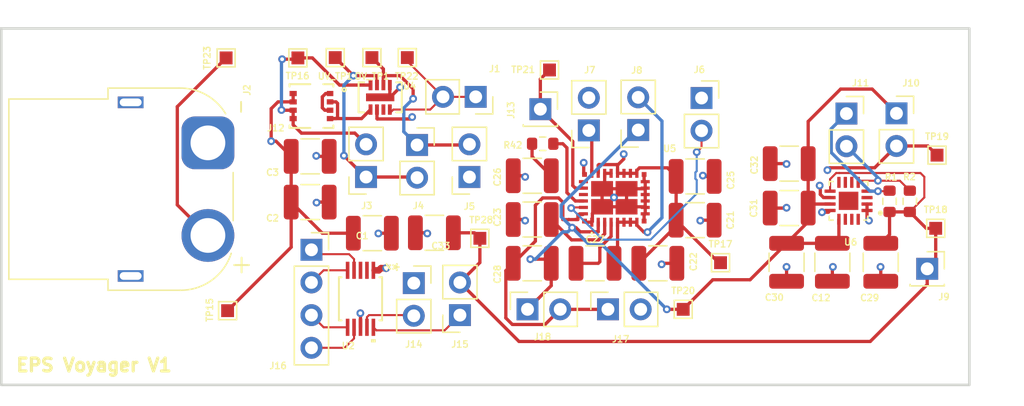
<source format=kicad_pcb>
(kicad_pcb (version 20241229) (generator "pcbnew") (generator_version "9.0")
  (layers (0 "F.Cu" signal) (4 "In1.Cu" signal) (6 "In2.Cu" signal) (2 "B.Cu" signal) (13 "F.Paste" user) (15 "B.Paste" user) (5 "F.SilkS" user "F.Silkscreen") (7 "B.SilkS" user "B.Silkscreen") (1 "F.Mask" user) (3 "B.Mask" user) (25 "Edge.Cuts" user))
  (net 0 "")
  (net 1 "+V_Batt")
  (net 2 "GND")
  (net 3 "+3.3V")
  (net 4 "Net-(U4-Vout)")
  (net 5 "Net-(U5-INTV)")
  (net 6 "Net-(C26-Pad1)")
  (net 7 "Net-(U5-BST)")
  (net 8 "Net-(J8-Pin_2)")
  (net 9 "Net-(J17-Pin_1)")
  (net 10 "Net-(J10-Pin_1)")
  (net 11 "~{LS_Toggle_GPIO}")
  (net 12 "Net-(J3-Pin_1)")
  (net 13 "Net-(J3-Pin_2)")
  (net 14 "Net-(J4-Pin_1)")
  (net 15 "Net-(J6-Pin_2)")
  (net 16 "Net-(J7-Pin_1)")
  (net 17 "+Vout")
  (net 18 "OBC SCL")
  (net 19 "OBC SDA")
  (net 20 "Net-(U4-GATE)")
  (net 21 "Net-(J12-Pad1)")
  (net 22 "SYNC_PHASE")
  (net 23 "Net-(J14-Pin_2)")
  (net 24 "Net-(J15-Pin_1)")
  (net 25 "Net-(J16-Pin_4)")
  (net 26 "SYNC_PHASE1")
  (net 27 "SYNC_PHASE2")
  (net 28 "SYNC_PHASE3")
  (net 29 "Net-(U5-Vc)")
  (footprint "Capacitor_SMD:C_1210_3225Metric" (layer "F.Cu") (at 166.9044 52.6256 180)
    (property "Reference" "C31")
    (property "Value" "10u")
  )
  (footprint "TestPoint:TestPoint_Pad_1.0x1.0mm" (layer "F.Cu") (at 134.5 40.925 180)
    (property "Reference" "OV_TP1")
    (property "Value" "TestPoint")
  )
  (footprint "TestPoint:TestPoint_Pad_1.0x1.0mm" (layer "F.Cu") (at 123.2916 60.6044 90)
    (property "Reference" "TP15")
    (property "Value" "TestPoint")
  )
  (footprint "Capacitor_SMD:C_1210_3225Metric" (layer "F.Cu") (at 159.6004 50.1644)
    (property "Reference" "C25")
    (property "Value" "1u")
  )
  (footprint "Capacitor_SMD:C_1210_3225Metric" (layer "F.Cu") (at 146.9494 53.5172 180)
    (property "Reference" "C23")
    (property "Value" "1u")
  )
  (footprint "Connector_PinSocket_2.54mm:PinSocket_1x01_P2.54mm_Vertical" (layer "F.Cu") (at 177.625 57.35)
    (property "Reference" "J9")
    (property "Value" "Conn_01x01_Socket")
  )
  (footprint "TestPoint:TestPoint_Pad_1.0x1.0mm" (layer "F.Cu") (at 178.2854 54.2004)
    (property "Reference" "TP18")
    (property "Value" "TestPoint")
  )
  (footprint "Connector_PinSocket_2.54mm:PinSocket_1x02_P2.54mm_Vertical" (layer "F.Cu") (at 151.3458 46.5884 180)
    (property "Reference" "J7")
    (property "Value" "Conn_01x02_Socket")
  )
  (footprint "Capacitor_SMD:C_1210_3225Metric" (layer "F.Cu") (at 129.7036 52.161)
    (property "Reference" "C2")
    (property "Value" "10uF")
  )
  (footprint "REVC:INA230AIRGTT" (layer "F.Cu") (at 171.5164 52.0628 180)
    (property "Reference" "U6")
    (property "Value" "INA230")
  )
  (footprint "Capacitor_SMD:C_1210_3225Metric" (layer "F.Cu") (at 156.7048 56.9208)
    (property "Reference" "C22")
    (property "Value" "10uF")
  )
  (footprint "Resistor_SMD:R_0603_1608Metric" (layer "F.Cu") (at 176.2748 52.1 90)
    (property "Reference" "R2")
    (property "Value" "4.7k")
  )
  (footprint "Connector_PinSocket_2.54mm:PinSocket_1x02_P2.54mm_Vertical" (layer "F.Cu") (at 137.7518 58.4624)
    (property "Reference" "J14")
    (property "Value" "Conn_01x02_Socket")
  )
  (footprint "Connector_PinSocket_2.54mm:PinSocket_1x02_P2.54mm_Vertical" (layer "F.Cu") (at 138.008 47.7214)
    (property "Reference" "J4")
    (property "Value" "Conn_01x02_Socket")
  )
  (footprint "Connector_PinSocket_2.54mm:PinSocket_1x04_P2.54mm_Vertical" (layer "F.Cu") (at 129.802 55.8716)
    (property "Reference" "J16")
    (property "Value" "Conn_01x04_Socket")
  )
  (footprint "TestPoint:TestPoint_Pad_1.0x1.0mm" (layer "F.Cu") (at 131.65 40.925 180)
    (property "Reference" "UV_TP1")
    (property "Value" "TestPoint")
  )
  (footprint "Capacitor_SMD:C_1210_3225Metric" (layer "F.Cu") (at 129.7036 48.605)
    (property "Reference" "C3")
    (property "Value" "10uF")
  )
  (footprint "Capacitor_SMD:C_1210_3225Metric" (layer "F.Cu") (at 170.259 56.8402 -90)
    (property "Reference" "C29")
    (property "Value" "47u")
  )
  (footprint "Capacitor_SMD:C_1210_3225Metric" (layer "F.Cu") (at 139.35 54.55)
    (property "Reference" "C33")
    (property "Value" "1u")
  )
  (footprint "Connector_AMASS:AMASS_XT60PW-F_1x02_P7.20mm_Horizontal" (layer "F.Cu") (at 121.7628 47.5556 90)
    (property "Reference" "J2")
    (property "Value" "Input Power")
  )
  (footprint "TestPoint:TestPoint_Pad_1.0x1.0mm" (layer "F.Cu") (at 128.75 40.95 180)
    (property "Reference" "TP16")
    (property "Value" "TestPoint")
  )
  (footprint "TestPoint:TestPoint_Pad_1.0x1.0mm" (layer "F.Cu") (at 123.175 40.95)
    (property "Reference" "TP23")
    (property "Value" "TestPoint")
  )
  (footprint "Capacitor_SMD:C_1210_3225Metric" (layer "F.Cu") (at 146.9512 50.1136 180)
    (property "Reference" "C26")
    (property "Value" "220p")
  )
  (footprint "Capacitor_SMD:C_1210_3225Metric" (layer "F.Cu") (at 151.8262 56.9208)
    (property "Reference" "C27")
    (property "Value" "0.1u")
  )
  (footprint "Resistor_SMD:R_0603_1608Metric" (layer "F.Cu") (at 174.7 52.1 90)
    (property "Reference" "R1")
    (property "Value" "4.7k")
  )
  (footprint "Capacitor_SMD:C_1210_3225Metric" (layer "F.Cu") (at 166.703 56.842 -90)
    (property "Reference" "C30")
    (property "Value" "47u")
  )
  (footprint "Connector_PinSocket_2.54mm:PinSocket_1x02_P2.54mm_Vertical" (layer "F.Cu") (at 141.3336 60.9516 180)
    (property "Reference" "J15")
    (property "Value" "Conn_01x02_Socket")
  )
  (footprint "Connector_PinSocket_2.54mm:PinSocket_1x02_P2.54mm_Vertical" (layer "F.Cu") (at 146.5838 60.5006 90)
    (property "Reference" "J18")
    (property "Value" "Conn_01x02_Socket")
  )
  (footprint "TestPoint:TestPoint_Pad_1.0x1.0mm" (layer "F.Cu") (at 178.387 48.5108)
    (property "Reference" "TP19")
    (property "Value" "TestPoint")
  )
  (footprint "TestPoint:TestPoint_Pad_1.0x1.0mm" (layer "F.Cu") (at 142.8836 54.9766)
    (property "Reference" "TP28")
    (property "Value" "TestPoint")
  )
  (footprint "Connector_PinSocket_2.54mm:PinSocket_1x01_P2.54mm_Vertical" (layer "F.Cu") (at 147.5806 44.9366)
    (property "Reference" "J13")
    (property "Value" "Conn_01x01_Socket")
  )
  (footprint "REVC:SISB46DN-T1-GE3" (layer "F.Cu") (at 129.8024 44.6934)
    (property "Reference" "J12")
    (property "Value" "~")
  )
  (footprint "Capacitor_SMD:C_1210_3225Metric" (layer "F.Cu") (at 166.9062 49.1712 180)
    (property "Reference" "C32")
    (property "Value" "10u")
  )
  (footprint "REVC:LT8638SEVPBF" (layer "F.Cu") (at 153.325 51.825 90)
    (property "Reference" "U5")
    (property "Value" "~" (hide yes))
  )
  (footprint "Capacitor_SMD:C_1210_3225Metric" (layer "F.Cu") (at 134.5318 54.5802)
    (property "Reference" "C1")
    (property "Value" "10uF")
  )
  (footprint "REVC:LTC6902" (layer "F.Cu") (at 133.612 59.6816 -90)
    (property "Reference" "U2")
    (property "Value" "~")
  )
  (footprint "Connector_PinSocket_2.54mm:PinSocket_1x02_P2.54mm_Vertical" (layer "F.Cu") (at 175.2374 45.2596)
    (property "Reference" "J10")
    (property "Value" "Conn_01x02_Socket")
  )
  (footprint "REVC:LTC4365" (layer "F.Cu") (at 135.1411 44.0149 -90)
    (property "Reference" "U4")
    (property "Value" "~")
  )
  (footprint "TestPoint:TestPoint_Pad_1.0x1.0mm" (layer "F.Cu") (at 158.6742 60.5006)
    (property "Reference" "TP20")
    (property "Value" "TestPoint")
  )
  (footprint "Capacitor_SMD:C_1210_3225Metric" (layer "F.Cu") (at 146.9494 56.9208 180)
    (property "Reference" "C28")
    (property "Value" "1u")
  )
  (footprint "Connector_PinSocket_2.54mm:PinSocket_1x02_P2.54mm_Vertical" (layer "F.Cu") (at 134.0456 50.2106 180)
    (property "Reference" "J3")
    (property "Value" "Conn_01x02_Socket")
  )
  (footprint "Connector_PinSocket_2.54mm:PinSocket_1x02_P2.54mm_Vertical" (layer "F.Cu") (at 160.1 44.0684)
    (property "Reference" "J6")
    (property "Value" "Conn_01x02_Socket")
  )
  (footprint "Connector_PinSocket_2.54mm:PinSocket_1x02_P2.54mm_Vertical" (layer "F.Cu") (at 142.072 50.2106 180)
    (property "Reference" "J5")
    (property "Value" "Conn_01x02_Socket")
  )
  (footprint "Capacitor_SMD:C_1210_3225Metric" (layer "F.Cu") (at 159.6004 53.568)
    (property "Reference" "C21")
    (property "Value" "22u")
  )
  (footprint "TestPoint:TestPoint_Pad_1.0x1.0mm" (layer "F.Cu") (at 161.575 56.875)
    (property "Reference" "TP17")
    (property "Value" "TestPoint")
  )
  (footprint "Connector_PinSocket_2.54mm:PinSocket_1x02_P2.54mm_Vertical" (layer "F.Cu") (at 171.3508 45.2796)
    (property "Reference" "J11")
    (property "Value" "Conn_01x02_Socket")
  )
  (footprint "Connector_PinSocket_2.54mm:PinSocket_1x02_P2.54mm_Vertical" (layer "F.Cu") (at 155.1808 46.5576 180)
    (property "Reference" "J8")
    (property "Value" "Conn_01x02_Socket")
  )
  (footprint "TestPoint:TestPoint_Pad_1.0x1.0mm" (layer "F.Cu") (at 137.25 40.925 180)
    (property "Reference" "TP22")
    (property "Value" "TestPoint")
  )
  (footprint "Resistor_SMD:R_0603_1608Metric" (layer "F.Cu") (at 147.7622 47.6244 180)
    (property "Reference" "R42")
    (property "Value" "10k")
  )
  (footprint "TestPoint:TestPoint_Pad_1.0x1.0mm" (layer "F.Cu") (at 148.2918 41.8886)
    (property "Reference" "TP21")
    (property "Value" "TestPoint")
  )
  (footprint "Connector_PinSocket_2.54mm:PinSocket_1x02_P2.54mm_Vertical" (layer "F.Cu") (at 142.5586 43.9766 -90)
    (property "Reference" "J1")
    (property "Value" "Conn_01x02_Socket")
  )
  (footprint "Connector_PinSocket_2.54mm:PinSocket_1x02_P2.54mm_Vertical" (layer "F.Cu") (at 152.8322 60.5006 90)
    (property "Reference" "J17")
    (property "Value" "Conn_01x02_Socket")
  )
  (footprint "Capacitor_SMD:C_1210_3225Metric" (layer "F.Cu") (at 174.0182 56.842 90)
    (property "Reference" "C12")
    (property "Value" "0.1u")
  )
  (gr_rect (start 105.7148 38.6588) (end 180.8988 66.3778) (stroke (width 0.2)) (fill no) (layer "Edge.Cuts"))
  (gr_text "EPS Voyager V1" (at 106.75 65.425 0) (layer "F.SilkS") (effects (font (size 1 1) (thickness 0.25) (bold yes)) (justify left bottom)))
  (segment (start 123.2916 60.6044) (end 128.2286 55.6674) (width 0.254) (layer "F.Cu") (net 1))
  (segment (start 128.2286 52.161) (end 130.6478 54.5802) (width 0.254) (layer "F.Cu") (net 1))
  (segment (start 127.206593 44.368407) (end 126.675 44.9) (width 0.254) (layer "F.Cu") (net 1))
  (segment (start 128.382 44.368407) (end 127.206593 44.368407) (width 0.254) (layer "F.Cu") (net 1))
  (segment (start 128.2286 48.605) (end 128.2286 52.161) (width 0.254) (layer "F.Cu") (net 1))
  (segment (start 126.675 44.9) (end 126.675 47.425) (width 0.254) (layer "F.Cu") (net 1))
  (segment (start 126.675 47.425) (end 127.0486 47.425) (width 0.254) (layer "F.Cu") (net 1))
  (segment (start 130.6478 54.5802) (end 133.0568 54.5802) (width 0.254) (layer "F.Cu") (net 1))
  (segment (start 128.2286 55.6674) (end 128.2286 52.161) (width 0.254) (layer "F.Cu") (net 1))
  (segment (start 127.0486 47.425) (end 128.2286 48.605) (width 0.254) (layer "F.Cu") (net 1))
  (segment (start 128.382 43.718421) (end 128.382 44.368407) (width 0.254) (layer "F.Cu") (net 1))
  (via (at 126.675 47.425) (size 0.6) (drill 0.3) (layers "F.Cu" "B.Cu") (net 1))
  (segment (start 160.032 53.568) (end 160 53.6) (width 0.254) (layer "F.Cu") (net 2))
  (segment (start 166.6712 49.1712) (end 166.7 49.2) (width 0.254) (layer "F.Cu") (net 2))
  (segment (start 155.725 52.575) (end 155.725 53.075) (width 0.254) (layer "F.Cu") (net 2))
  (segment (start 152.575 49.925) (end 152.575 50.925) (width 0.254) (layer "F.Cu") (net 2))
  (segment (start 151.575 53.725) (end 151.622 53.678) (width 0.254) (layer "F.Cu") (net 2))
  (segment (start 152.575 49.925) (end 153.075 49.925) (width 0.254) (layer "F.Cu") (net 2))
  (segment (start 152.144 52.525) (end 152.375 52.525) (width 0.254) (layer "F.Cu") (net 2))
  (segment (start 146.3136 50.1136) (end 146.4 50.2) (width 0.254) (layer "F.Cu") (net 2))
  (segment (start 154.275 52.525) (end 155.675 52.525) (width 0.254) (layer "F.Cu") (net 2))
  (segment (start 172.9514 53.4514) (end 173.1 53.6) (width 0.254) (layer "F.Cu") (net 2))
  (segment (start 119.3848 52.3776) (end 119.3848 44.7402) (width 0.254) (layer "F.Cu") (net 2))
  (segment (start 135.6471 44.0149) (end 135.1411 44.0149) (width 0.254) (layer "F.Cu") (net 2))
  (segment (start 169.575676 51.8128) (end 169.3234 51.560524) (width 0.254) (layer "F.Cu") (net 2))
  (segment (start 154.275 51.125) (end 155.675 51.125) (width 0.254) (layer "F.Cu") (net 2))
  (segment (start 172.9514 52.3128) (end 172.9514 52.8128) (width 0.254) (layer "F.Cu") (net 2))
  (segment (start 158.1798 56.9208) (end 157.0792 56.9208) (width 0.254) (layer "F.Cu") (net 2))
  (segment (start 137.875 54.55) (end 138.75 54.55) (width 0.254) (layer "F.Cu") (net 2))
  (segment (start 155.638 53.638) (end 155.638 53.162) (width 0.254) (layer "F.Cu") (net 2))
  (segment (start 154.275 51.125) (end 153.975 51.125) (width 0.254) (layer "F.Cu") (net 2))
  (segment (start 170.259 58.3152) (end 170.259 57.241) (width 0.254) (layer "F.Cu") (net 2))
  (segment (start 138.75 54.55) (end 138.8 54.6) (width 0.254) (layer "F.Cu") (net 2))
  (segment (start 135.0198 54.5802) (end 135 54.6) (width 0.254) (layer "F.Cu") (net 2))
  (segment (start 145.4744 53.5172) (end 146.3172 53.5172) (width 0.254) (layer "F.Cu") (net 2))
  (segment (start 145.4762 50.1136) (end 146.3136 50.1136) (width 0.254) (layer "F.Cu") (net 2))
  (segment (start 135.8911 43.7709) (end 135.6471 44.0149) (width 0.254) (layer "F.Cu") (net 2))
  (segment (start 170.0814 51.8128) (end 169.575676 51.8128) (width 0.254) (layer "F.Cu") (net 2))
  (segment (start 160.2644 50.1644) (end 160.2 50.1) (width 0.254) (layer "F.Cu") (net 2))
  (segment (start 154.275 51.125) (end 154.275 52.525) (width 0.254) (layer "F.Cu") (net 2))
  (segment (start 131.1786 48.605) (end 130.2152 48.605) (width 0.254) (layer "F.Cu") (net 2))
  (segment (start 130.239 52.161) (end 130.2 52.2) (width 0.254) (layer "F.Cu") (net 2))
  (segment (start 133.612 60.812) (end 133.6 60.8) (width 0.254) (layer "F.Cu") (net 2))
  (segment (start 152.375 52.525) (end 152.375 51.125) (width 0.254) (layer "F.Cu") (net 2))
  (segment (start 155.675 52.525) (end 155.725 52.575) (width 0.254) (layer "F.Cu") (net 2))
  (segment (start 151.575 53.725) (end 151.099 53.725) (width 0.254) (layer "F.Cu") (net 2))
  (segment (start 170.259 57.241) (end 170.3 57.2) (width 0.254) (layer "F.Cu") (net 2))
  (segment (start 130.2152 48.605) (end 130.175 48.5648) (width 0.254) (layer "F.Cu") (net 2))
  (segment (start 151.622 53.678) (end 151.622 53.047) (width 0.254) (layer "F.Cu") (net 2))
  (segment (start 131.1786 52.161) (end 130.239 52.161) (width 0.254) (layer "F.Cu") (net 2))
  (segment (start 135.8911 43.0625) (end 135.8911 43.7709) (width 0.254) (layer "F.Cu") (net 2))
  (segment (start 135.1411 44.0149) (end 135.9101 44.0149) (width 0.254) (layer "F.Cu") (net 2))
  (segment (start 161.0754 50.1644) (end 160.2644 50.1644) (width 0.254) (layer "F.Cu") (net 2))
  (segment (start 174.0182 58.317) (end 174.0182 57.2182) (width 0.254) (layer "F.Cu") (net 2))
  (segment (start 155.675 51.125) (end 155.725 51.075) (width 0.254) (layer "F.Cu") (net 2))
  (segment (start 152.575 50.925) (end 152.375 51.125) (width 0.254) (layer "F.Cu") (net 2))
  (segment (start 155.725 51.075) (end 155.725 51.575) (width 0.254) (layer "F.Cu") (net 2))
  (segment (start 135.9101 44.0149) (end 136.6899 43.2351) (width 0.254) (layer "F.Cu") (net 2))
  (segment (start 169.3234 50.926626) (end 169.272831 50.876057) (width 0.254) (layer "F.Cu") (net 2))
  (segment (start 154.275 51.125) (end 152.375 51.125) (width 0.254) (layer "F.Cu") (net 2))
  (segment (start 133.612 61.89775) (end 133.612 60.812) (width 0.254) (layer "F.Cu") (net 2))
  (segment (start 146.3172 53.5172) (end 146.4 53.6) (width 0.254) (layer "F.Cu") (net 2))
  (segment (start 151.622 53.047) (end 152.144 52.525) (width 0.254) (layer "F.Cu") (net 2))
  (segment (start 154.275 52.525) (end 152.375 52.525) (width 0.254) (layer "F.Cu") (net 2))
  (segment (start 155.638 50.012) (end 155.638 50.488) (width 0.254) (layer "F.Cu") (net 2))
  (segment (start 165.4294 52.6256) (end 166.6744 52.6256) (width 0.254) (layer "F.Cu") (net 2))
  (segment (start 155.725 52.075) (end 155.725 52.575) (width 0.254) (layer "F.Cu") (net 2))
  (segment (start 157.0792 56.9208) (end 157 57) (width 0.254) (layer "F.Cu") (net 2))
  (segment (start 153.975 51.125) (end 153.3 51.8) (width 0.254) (layer "F.Cu") (net 2))
  (segment (start 174.0182 57.2182) (end 174 57.2) (width 0.254) (layer "F.Cu") (net 2))
  (segment (start 161.0754 53.568) (end 160.032 53.568) (width 0.254) (layer "F.Cu") (net 2))
  (segment (start 166.703 58.317) (end 166.703 57.203) (width 0.254) (layer "F.Cu") (net 2))
  (segment (start 136.0068 54.5802) (end 135.0198 54.5802) (width 0.254) (layer "F.Cu") (net 2))
  (segment (start 166.703 57.203) (end 166.7 57.2) (width 0.254) (layer "F.Cu") (net 2))
  (segment (start 150.948 49.1) (end 150.948 49.948) (width 0.254) (layer "F.Cu") (net 2))
  (segment (start 165.4312 49.1712) (end 166.6712 49.1712) (width 0.254) (layer "F.Cu") (net 2))
  (segment (start 166.6744 52.6256) (end 166.7 52.6) (width 0.254) (layer "F.Cu") (net 2))
  (segment (start 155.638 50.488) (end 155.725 50.575) (width 0.254) (layer "F.Cu") (net 2))
  (segment (start 151.099 53.725) (end 151.012 53.638) (width 0.254) (layer "F.Cu") (net 2))
  (segment (start 155.725 51.575) (end 155.725 52.075) (width 0.254) (layer "F.Cu") (net 2))
  (segment (start 155.638 53.162) (end 155.725 53.075) (width 0.254) (layer "F.Cu") (net 2))
  (segment (start 121.7628 54.7556) (end 119.3848 52.3776) (width 0.254) (layer "F.Cu") (net 2))
  (segment (start 119.3848 44.7402) (end 123.175 40.95) (width 0.254) (layer "F.Cu") (net 2))
  (segment (start 172.9514 52.8128) (end 172.9514 53.4514) (width 0.254) (layer "F.Cu") (net 2))
  (segment (start 155.725 50.575) (end 155.725 51.075) (width 0.254) (layer "F.Cu") (net 2))
  (segment (start 169.3234 51.560524) (end 169.3234 50.926626) (width 0.254) (layer "F.Cu") (net 2))
  (segment (start 150.948 49.948) (end 151.012 50.012) (width 0.254) (layer "F.Cu") (net 2))
  (via (at 160.2 50.1) (size 0.6) (drill 0.3) (layers "F.Cu" "B.Cu") (net 2))
  (via (at 150.948 49.1) (size 0.6) (drill 0.3) (layers "F.Cu" "B.Cu") (net 2))
  (via (at 170.3 57.2) (size 0.6) (drill 0.3) (layers "F.Cu" "B.Cu") (net 2))
  (via (at 173.1 53.6) (size 0.6) (drill 0.3) (layers "F.Cu" "B.Cu") (net 2))
  (via (at 136.6899 43.2351) (size 0.6) (drill 0.3) (layers "F.Cu" "B.Cu") (net 2))
  (via (at 166.7 52.6) (size 0.6) (drill 0.3) (layers "F.Cu" "B.Cu") (net 2))
  (via (at 166.7 57.2) (size 0.6) (drill 0.3) (layers "F.Cu" "B.Cu") (net 2))
  (via (at 157 57) (size 0.6) (drill 0.3) (layers "F.Cu" "B.Cu") (net 2))
  (via (at 153.3 51.8) (size 0.6) (drill 0.3) (layers "F.Cu" "B.Cu") (net 2))
  (via (at 160 53.6) (size 0.6) (drill 0.3) (layers "F.Cu" "B.Cu") (net 2))
  (via (at 130.175 48.5648) (size 0.6) (drill 0.3) (layers "F.Cu" "B.Cu") (net 2))
  (via (at 169.272831 50.876057) (size 0.6) (drill 0.3) (layers "F.Cu" "B.Cu") (net 2))
  (via (at 135 54.6) (size 0.6) (drill 0.3) (layers "F.Cu" "B.Cu") (net 2))
  (via (at 146.4 50.2) (size 0.6) (drill 0.3) (layers "F.Cu" "B.Cu") (net 2))
  (via (at 146.4 53.6) (size 0.6) (drill 0.3) (layers "F.Cu" "B.Cu") (net 2))
  (via (at 133.6 60.8) (size 0.6) (drill 0.3) (layers "F.Cu" "B.Cu") (net 2))
  (via (at 166.7 49.2) (size 0.6) (drill 0.3) (layers "F.Cu" "B.Cu") (net 2))
  (via (at 130.2 52.2) (size 0.6) (drill 0.3) (layers "F.Cu" "B.Cu") (net 2))
  (via (at 138.8 54.6) (size 0.6) (drill 0.3) (layers "F.Cu" "B.Cu") (net 2))
  (via (at 174 57.2) (size 0.6) (drill 0.3) (layers "F.Cu" "B.Cu") (net 2))
  (segment (start 177.5502 54.2004) (end 176.2748 52.925) (width 0.254) (layer "F.Cu") (net 3))
  (segment (start 174.7 54.6852) (end 174.0182 55.367) (width 0.254) (layer "F.Cu") (net 3))
  (segment (start 178.2854 54.2004) (end 178.2854 56.6896) (width 0.254) (layer "F.Cu") (net 3))
  (segment (start 177.4 50.2) (end 177.4 51.7998) (width 0.16) (layer "F.Cu") (net 3))
  (segment (start 170.0814 51.3128) (end 170.0814 50.373544) (width 0.16) (layer "F.Cu") (net 3))
  (segment (start 174.7 52.925) (end 176.2748 52.925) (width 0.254) (layer "F.Cu") (net 3))
  (segment (start 178.2854 54.2004) (end 177.5502 54.2004) (width 0.254) (layer "F.Cu") (net 3))
  (segment (start 135.6 57.3) (end 135.2 57.3) (width 0.508) (layer "F.Cu") (net 3))
  (segment (start 170.554944 49.9) (end 170.8 49.9) (width 0.16) (layer "F.Cu") (net 3))
  (segment (start 142.8836 54.9766) (end 142.8836 56.8616) (width 0.254) (layer "F.Cu") (net 3))
  (segment (start 142.8836 56.8616) (end 141.3336 58.4116) (width 0.254) (layer "F.Cu") (net 3))
  (segment (start 177.1 49.9) (end 177.4 50.2) (width 0.16) (layer "F.Cu") (net 3))
  (segment (start 177.625 57.35) (end 177.625 58.575) (width 0.254) (layer "F.Cu") (net 3))
  (segment (start 174.7 52.925) (end 174.7 54.6852) (width 0.254) (layer "F.Cu") (net 3))
  (segment (start 177.625 58.575) (end 173.2 63) (width 0.254) (layer "F.Cu") (net 3))
  (segment (start 145.922 63) (end 141.3336 58.4116) (width 0.254) (layer "F.Cu") (net 3))
  (segment (start 173.2 63) (end 145.922 63) (width 0.254) (layer "F.Cu") (net 3))
  (segment (start 140.825 54.55) (end 142.457 54.55) (width 0.254) (layer "F.Cu") (net 3))
  (segment (start 170.8 49.9) (end 177.1 49.9) (width 0.16) (layer "F.Cu") (net 3))
  (segment (start 142.457 54.55) (end 142.8836 54.9766) (width 0.254) (layer "F.Cu") (net 3))
  (segment (start 170.0814 50.373544) (end 170.554944 49.9) (width 0.16) (layer "F.Cu") (net 3))
  (segment (start 178.2854 56.6896) (end 177.625 57.35) (width 0.254) (layer "F.Cu") (net 3))
  (segment (start 135.2 57.3) (end 135.03455 57.46545) (width 0.508) (layer "F.Cu") (net 3))
  (segment (start 135.03455 57.46545) (end 134.70708 57.46545) (width 0.508) (layer "F.Cu") (net 3))
  (segment (start 177.4 51.7998) (end 176.2748 52.925) (width 0.16) (layer "F.Cu") (net 3))
  (via (at 135.6 57.3) (size 0.6) (drill 0.3) (layers "F.Cu" "B.Cu") (net 3))
  (segment (start 134.8911 45.6757) (end 134.9131 45.6977) (width 0.254) (layer "F.Cu") (net 4))
  (segment (start 154.055856 48.813144) (end 153.575 49.294) (width 0.254) (layer "F.Cu") (net 4))
  (segment (start 155.075 49.925) (end 154.575 49.925) (width 0.254) (layer "F.Cu") (net 4))
  (segment (start 155.075 49.7) (end 155.2785 49.4965) (width 0.254) (layer "F.Cu") (net 4))
  (segment (start 154.075 49.925) (end 153.575 49.925) (width 0.254) (layer "F.Cu") (net 4))
  (segment (start 155.2298 56.9208) (end 158.1254 54.0252) (width 0.254) (layer "F.Cu") (net 4))
  (segment (start 152.075 49.925) (end 152.075 49.294) (width 0.254) (layer "F.Cu") (net 4))
  (segment (start 155.075 49.925) (end 155.075 49.7) (width 0.254) (layer "F.Cu") (net 4))
  (segment (start 153.575 49.294) (end 153.575 49.925) (width 0.254) (layer "F.Cu") (net 4))
  (segment (start 157.4575 49.4965) (end 158.1254 50.1644) (width 0.254) (layer "F.Cu") (net 4))
  (segment (start 154.575 49.925) (end 154.075 49.925) (width 0.254) (layer "F.Cu") (net 4))
  (segment (start 155.2785 49.4965) (end 157.4575 49.4965) (width 0.254) (layer "F.Cu") (net 4))
  (segment (start 152.122 49.247) (end 153.528 49.247) (width 0.254) (layer "F.Cu") (net 4))
  (segment (start 154.055856 48.430856) (end 154.055856 48.813144) (width 0.254) (layer "F.Cu") (net 4))
  (segment (start 137.4746 45.6977) (end 137.625 45.5473) (width 0.254) (layer "F.Cu") (net 4))
  (segment (start 134.8911 44.9673) (end 134.8911 45.6757) (width 0.254) (layer "F.Cu") (net 4))
  (segment (start 161.575 56.875) (end 161.4324 56.875) (width 0.254) (layer "F.Cu") (net 4))
  (segment (start 161.4324 56.875) (end 158.1254 53.568) (width 0.254) (layer "F.Cu") (net 4))
  (segment (start 158.1254 50.1644) (end 158.1254 53.568) (width 0.254) (layer "F.Cu") (net 4))
  (segment (start 152.075 49.294) (end 152.122 49.247) (width 0.254) (layer "F.Cu") (net 4))
  (segment (start 153.528 49.247) (end 153.575 49.294) (width 0.254) (layer "F.Cu") (net 4))
  (segment (start 158.1254 54.0252) (end 158.1254 53.568) (width 0.254) (layer "F.Cu") (net 4))
  (segment (start 134.9131 45.6977) (end 137.4746 45.6977) (width 0.254) (layer "F.Cu") (net 4))
  (via (at 137.625 45.5473) (size 0.6) (drill 0.3) (layers "F.Cu" "B.Cu") (net 4))
  (via (at 154.055856 48.430856) (size 0.6) (drill 0.3) (layers "F.Cu" "B.Cu") (net 4))
  (segment (start 152.575 54.625) (end 152.575 53.725) (width 0.254) (layer "F.Cu") (net 5))
  (segment (start 148.4244 53.5172) (end 150.0072 55.1) (width 0.254) (layer "F.Cu") (net 5))
  (segment (start 152.1 55.1) (end 152.575 54.625) (width 0.254) (layer "F.Cu") (net 5))
  (segment (start 150.0072 55.1) (end 152.1 55.1) (width 0.254) (layer "F.Cu") (net 5))
  (segment (start 148.4262 50.1136) (end 146.9372 48.6246) (width 0.254) (layer "F.Cu") (net 6))
  (segment (start 146.9372 48.6246) (end 146.9372 47.6244) (width 0.254) (layer "F.Cu") (net 6))
  (segment (start 150.3512 56.9208) (end 152.0792 56.9208) (width 0.254) (layer "F.Cu") (net 7))
  (segment (start 152.0792 56.9208) (end 152.2 56.8) (width 0.254) (layer "F.Cu") (net 7))
  (segment (start 152.2 55.7) (end 153.075 54.825) (width 0.254) (layer "F.Cu") (net 7))
  (segment (start 153.075 54.825) (end 153.075 53.725) (width 0.254) (layer "F.Cu") (net 7))
  (segment (start 152.2 56.8) (end 152.2 55.7) (width 0.254) (layer "F.Cu") (net 7))
  (segment (start 155.9 54.5) (end 155.625 54.5) (width 0.254) (layer "F.Cu") (net 8))
  (segment (start 155.625 54.5) (end 155.075 53.95) (width 0.254) (layer "F.Cu") (net 8))
  (segment (start 154.575 53.725) (end 155.075 53.725) (width 0.254) (layer "F.Cu") (net 8))
  (segment (start 153.575 53.725) (end 154.075 53.725) (width 0.254) (layer "F.Cu") (net 8))
  (segment (start 153.3012 56.9208) (end 153.575 56.647) (width 0.254) (layer "F.Cu") (net 8))
  (segment (start 154.075 53.725) (end 154.575 53.725) (width 0.254) (layer "F.Cu") (net 8))
  (segment (start 153.575 56.647) (end 153.575 53.725) (width 0.254) (layer "F.Cu") (net 8))
  (segment (start 155.075 53.95) (end 155.075 53.725) (width 0.254) (layer "F.Cu") (net 8))
  (via (at 155.9 54.5) (size 0.6) (drill 0.3) (layers "F.Cu" "B.Cu") (net 8))
  (segment (start 155.1808 44.0176) (end 157.025 45.8618) (width 0.254) (layer "B.Cu") (net 8))
  (segment (start 157.025 53.375) (end 155.9 54.5) (width 0.254) (layer "B.Cu") (net 8))
  (segment (start 157.025 45.8618) (end 157.025 53.375) (width 0.254) (layer "B.Cu") (net 8))
  (segment (start 147.9458 61.6786) (end 145.4058 61.6786) (width 0.254) (layer "F.Cu") (net 9))
  (segment (start 150.4965 53.5035) (end 150.4965 53.1225) (width 0.254) (layer "F.Cu") (net 9))
  (segment (start 149.786873 53.525) (end 149.789873 53.522) (width 0.254) (layer "F.Cu") (net 9))
  (segment (start 148.995742 51.8392) (end 149.3274 52.170858) (width 0.254) (layer "F.Cu") (net 9))
  (segment (start 149.3274 52.170858) (end 149.3274 53.525) (width 0.254) (layer "F.Cu") (net 9))
  (segment (start 145.4058 61.6786) (end 144.8994 61.1722) (width 0.254) (layer "F.Cu") (net 9))
  (segment (start 150.475 53.525) (end 150.4965 53.5035) (width 0.254) (layer "F.Cu") (net 9))
  (segment (start 147.7608 51.8392) (end 148.995742 51.8392) (width 0.254) (layer "F.Cu") (net 9))
  (segment (start 149.1238 60.5006) (end 147.9458 61.6786) (width 0.254) (layer "F.Cu") (net 9))
  (segment (start 144.8994 57.4958) (end 145.4744 56.9208) (width 0.254) (layer "F.Cu") (net 9))
  (segment (start 145.4744 56.9208) (end 147.1952 55.2) (width 0.254) (layer "F.Cu") (net 9))
  (segment (start 147.1952 55.2) (end 147.1952 52.4048) (width 0.254) (layer "F.Cu") (net 9))
  (segment (start 149.789873 53.522) (end 150.310127 53.522) (width 0.254) (layer "F.Cu") (net 9))
  (segment (start 150.4965 53.1225) (end 150.8775 53.1225) (width 0.254) (layer "F.Cu") (net 9))
  (segment (start 149.3274 53.525) (end 149.786873 53.525) (width 0.254) (layer "F.Cu") (net 9))
  (segment (start 152.8322 60.5006) (end 149.1238 60.5006) (width 0.254) (layer "F.Cu") (net 9))
  (segment (start 147.1952 52.4048) (end 147.7608 51.8392) (width 0.254) (layer "F.Cu") (net 9))
  (segment (start 144.8994 61.1722) (end 144.8994 57.4958) (width 0.254) (layer "F.Cu") (net 9))
  (segment (start 150.8775 53.1225) (end 150.925 53.075) (width 0.254) (layer "F.Cu") (net 9))
  (segment (start 150.313127 53.525) (end 150.475 53.525) (width 0.254) (layer "F.Cu") (net 9))
  (segment (start 150.310127 53.522) (end 150.313127 53.525) (width 0.254) (layer "F.Cu") (net 9))
  (segment (start 170.0814 52.3128) (end 168.6922 52.3128) (width 0.254) (layer "F.Cu") (net 10))
  (segment (start 170.259 55.3652) (end 170.2348 55.3652) (width 0.254) (layer "F.Cu") (net 10))
  (segment (start 173.3528 43.375) (end 170.8994 43.375) (width 0.254) (layer "F.Cu") (net 10))
  (segment (start 158.6736 60.5) (end 158.6742 60.5006) (width 0.254) (layer "F.Cu") (net 10))
  (segment (start 158.6742 60.5006) (end 160.9748 58.2) (width 0.254) (layer "F.Cu") (net 10))
  (segment (start 157.4 60.5) (end 158.6736 60.5) (width 0.254) (layer "F.Cu") (net 10))
  (segment (start 163.87 58.2) (end 166.703 55.367) (width 0.254) (layer "F.Cu") (net 10))
  (segment (start 166.7048 55.3652) (end 166.703 55.367) (width 0.16) (layer "F.Cu") (net 10))
  (segment (start 168.3812 52.6238) (end 168.3794 52.6256) (width 0.254) (layer "F.Cu") (net 10))
  (segment (start 168.3812 45.8932) (end 168.3812 49.1712) (width 0.254) (layer "F.Cu") (net 10))
  (segment (start 160.9748 58.2) (end 163.87 58.2) (width 0.254) (layer "F.Cu") (net 10))
  (segment (start 152.075 54.464468) (end 152.075 53.725) (width 0.254) (layer "F.Cu") (net 10))
  (segment (start 150.35 54.15) (end 150.673 54.473) (width 0.254) (layer "F.Cu") (net 10))
  (segment (start 150.05 54.15) (end 150.35 54.15) (width 0.254) (layer "F.Cu") (net 10))
  (segment (start 168.3812 49.1712) (end 168.3812 52.6238) (width 0.254) (layer "F.Cu") (net 10))
  (segment (start 175.2374 45.2596) (end 173.3528 43.375) (width 0.254) (layer "F.Cu") (net 10))
  (segment (start 170.2348 55.3652) (end 170.233 55.367) (width 0.254) (layer "F.Cu") (net 10))
  (segment (start 170.7664 53.4978) (end 170.7664 54.8578) (width 0.254) (layer "F.Cu") (net 10))
  (segment (start 148.4244 58.66) (end 148.4244 56.9208) (width 0.254) (layer "F.Cu") (net 10))
  (segment (start 146.5838 60.5006) (end 148.4244 58.66) (width 0.254) (layer "F.Cu") (net 10))
  (segment (start 168.3794 52.6256) (end 168.3794 53.6906) (width 0.254) (layer "F.Cu") (net 10))
  (segment (start 170.8994 43.375) (end 168.3812 45.8932) (width 0.254) (layer "F.Cu") (net 10))
  (segment (start 152.066468 54.473) (end 152.075 54.464468) (width 0.254) (layer "F.Cu") (net 10))
  (segment (start 170.7664 54.8578) (end 170.259 55.3652) (width 0.254) (layer "F.Cu") (net 10))
  (segment (start 168.3794 53.6906) (end 166.703 55.367) (width 0.254) (layer "F.Cu") (net 10))
  (segment (start 148.1036 56.6) (end 148.4244 56.9208) (width 0.254) (layer "F.Cu") (net 10))
  (segment (start 168.6922 52.3128) (end 168.3794 52.6256) (width 0.254) (layer "F.Cu") (net 10))
  (segment (start 170.233 55.367) (end 166.703 55.367) (width 0.254) (layer "F.Cu") (net 10))
  (segment (start 146.8 56.6) (end 148.1036 56.6) (width 0.254) (layer "F.Cu") (net 10))
  (segment (start 150.673 54.473) (end 152.066468 54.473) (width 0.254) (layer "F.Cu") (net 10))
  (via (at 150.05 54.15) (size 0.6) (drill 0.3) (layers "F.Cu" "B.Cu") (net 10))
  (via (at 157.4 60.5) (size 0.6) (drill 0.3) (layers "F.Cu" "B.Cu") (net 10))
  (via (at 146.8 56.6) (size 0.6) (drill 0.3) (layers "F.Cu" "B.Cu") (net 10))
  (segment (start 149.2 52.4) (end 155.0424 46.5576) (width 0.254) (layer "B.Cu") (net 10))
  (segment (start 147.2 56.6) (end 146.8 56.6) (width 0.254) (layer "B.Cu") (net 10))
  (segment (start 150.05 54.15) (end 151.389 55.489) (width 0.254) (layer "B.Cu") (net 10))
  (segment (start 150.05 54.15) (end 149.727 54.473) (width 0.254) (layer "B.Cu") (net 10))
  (segment (start 151.389 55.489) (end 152.389 55.489) (width 0.254) (layer "B.Cu") (net 10))
  (segment (start 152.389 55.489) (end 157.4 60.5) (width 0.254) (layer "B.Cu") (net 10))
  (segment (start 149.2 53.3) (end 149.2 52.4) (width 0.254) (layer "B.Cu") (net 10))
  (segment (start 155.0424 46.5576) (end 155.1808 46.5576) (width 0.254) (layer "B.Cu") (net 10))
  (segment (start 149.727 54.473) (end 149.327 54.473) (width 0.254) (layer "B.Cu") (net 10))
  (segment (start 149.327 54.473) (end 147.2 56.6) (width 0.254) (layer "B.Cu") (net 10))
  (segment (start 150.05 54.15) (end 149.2 53.3) (width 0.254) (layer "B.Cu") (net 10))
  (segment (start 137.25 41.208) (end 137.25 40.925) (width 0.16) (layer "F.Cu") (net 11))
  (segment (start 136.1661 44.9673) (end 135.9012 45.2322) (width 0.16) (layer "F.Cu") (net 11))
  (segment (start 142.5586 43.9766) (end 140.0186 43.9766) (width 0.16) (layer "F.Cu") (net 11))
  (segment (start 140.0186 43.9766) (end 137.25 41.208) (width 0.16) (layer "F.Cu") (net 11))
  (segment (start 139.0279 44.9673) (end 136.1661 44.9673) (width 0.16) (layer "F.Cu") (net 11))
  (segment (start 140.0186 43.9766) (end 139.0279 44.9673) (width 0.16) (layer "F.Cu") (net 11))
  (segment (start 134.0456 50.2106) (end 137.9572 50.2106) (width 0.254) (layer "F.Cu") (net 12))
  (segment (start 134.8691 42.3321) (end 134.8911 42.3541) (width 0.254) (layer "F.Cu") (net 12))
  (segment (start 134.8911 42.3541) (end 134.8911 43.0625) (width 0.254) (layer "F.Cu") (net 12))
  (segment (start 133.9856 50.2106) (end 132.325 48.55) (width 0.254) (layer "F.Cu") (net 12))
  (segment (start 131.65 40.925) (end 133.0571 42.3321) (width 0.254) (layer "F.Cu") (net 12))
  (segment (start 137.9572 50.2106) (end 138.008 50.2614) (width 0.254) (layer "F.Cu") (net 12))
  (segment (start 134.0456 50.2106) (end 133.9856 50.2106) (width 0.254) (layer "F.Cu") (net 12))
  (segment (start 133.0571 42.3321) (end 134.8691 42.3321) (width 0.254) (layer "F.Cu") (net 12))
  (via (at 132.325 48.55) (size 0.6) (drill 0.3) (layers "F.Cu" "B.Cu") (net 12))
  (via (at 133.0571 42.3321) (size 0.6) (drill 0.3) (layers "F.Cu" "B.Cu") (net 12))
  (segment (start 132.325 43.0642) (end 133.0571 42.3321) (width 0.254) (layer "B.Cu") (net 12))
  (segment (start 132.325 48.55) (end 132.325 43.0642) (width 0.254) (layer "B.Cu") (net 12))
  (segment (start 127.493393 45.018393) (end 127.475 45) (width 0.254) (layer "F.Cu") (net 13))
  (segment (start 129.875 40.95) (end 131.9875 43.0625) (width 0.254) (layer "F.Cu") (net 13))
  (segment (start 129.025 46.8) (end 133.175 46.8) (width 0.254) (layer "F.Cu") (net 13))
  (segment (start 128.382 45.668379) (end 128.382 46.157) (width 0.254) (layer "F.Cu") (net 13))
  (segment (start 127.525 41.05) (end 128.65 41.05) (width 0.254) (layer "F.Cu") (net 13))
  (segment (start 128.75 40.95) (end 129.875 40.95) (width 0.254) (layer "F.Cu") (net 13))
  (segment (start 128.382 46.157) (end 129.025 46.8) (width 0.254) (layer "F.Cu") (net 13))
  (segment (start 131.9875 43.0625) (end 134.3911 43.0625) (width 0.254) (layer "F.Cu") (net 13))
  (segment (start 128.382 45.018393) (end 128.382 45.668379) (width 0.254) (layer "F.Cu") (net 13))
  (segment (start 133.175 46.8) (end 134.0456 47.6706) (width 0.254) (layer "F.Cu") (net 13))
  (segment (start 128.382 45.018393) (end 127.493393 45.018393) (width 0.254) (layer "F.Cu") (net 13))
  (segment (start 128.65 41.05) (end 128.75 40.95) (width 0.254) (layer "F.Cu") (net 13))
  (via (at 127.525 41.05) (size 0.6) (drill 0.3) (layers "F.Cu" "B.Cu") (net 13))
  (via (at 127.475 45) (size 0.6) (drill 0.3) (layers "F.Cu" "B.Cu") (net 13))
  (segment (start 127.475 45) (end 127.475 41.1) (width 0.254) (layer "B.Cu") (net 13))
  (segment (start 127.475 41.1) (end 127.525 41.05) (width 0.254) (layer "B.Cu") (net 13))
  (segment (start 135.3911 43.0625) (end 135.3911 42.3541) (width 0.254) (layer "F.Cu") (net 14))
  (segment (start 135.3911 42.3541) (end 135.4131 42.3321) (width 0.254) (layer "F.Cu") (net 14))
  (segment (start 136.675027 42.3321) (end 137.7 43.357073) (width 0.254) (layer "F.Cu") (net 14))
  (segment (start 135.3911 41.8161) (end 135.3911 43.0625) (width 0.254) (layer "F.Cu") (net 14))
  (segment (start 135.4131 42.3321) (end 136.675027 42.3321) (width 0.254) (layer "F.Cu") (net 14))
  (segment (start 138.008 47.7214) (end 142.0212 47.7214) (width 0.254) (layer "F.Cu") (net 14))
  (segment (start 134.5 40.925) (end 135.3911 41.8161) (width 0.254) (layer "F.Cu") (net 14))
  (segment (start 137.7 43.357073) (end 137.7 44.125) (width 0.254) (layer "F.Cu") (net 14))
  (segment (start 142.0212 47.7214) (end 142.072 47.6706) (width 0.254) (layer "F.Cu") (net 14))
  (via (at 137.7 44.125) (size 0.6) (drill 0.3) (layers "F.Cu" "B.Cu") (net 14))
  (segment (start 137.7 44.125) (end 136.975 44.85) (width 0.254) (layer "B.Cu") (net 14))
  (segment (start 136.975 46.6884) (end 138.008 47.7214) (width 0.254) (layer "B.Cu") (net 14))
  (segment (start 136.975 44.85) (end 136.975 46.6884) (width 0.254) (layer "B.Cu") (net 14))
  (segment (start 160.1 47.9) (end 159.725 48.275) (width 0.16) (layer "F.Cu") (net 15))
  (segment (start 160.1 46.6084) (end 160.1 47.9) (width 0.16) (layer "F.Cu") (net 15))
  (segment (start 150.025 52.575) (end 149.975 52.625) (width 0.16) (layer "F.Cu") (net 15))
  (segment (start 150.925 52.575) (end 150.025 52.575) (width 0.16) (layer "F.Cu") (net 15))
  (via (at 159.725 48.275) (size 0.6) (drill 0.3) (layers "F.Cu" "B.Cu") (net 15))
  (via (at 149.975 52.625) (size 0.6) (drill 0.3) (layers "F.Cu" "B.Cu") (net 15))
  (segment (start 159.725 46.9834) (end 160.1 46.6084) (width 0.16) (layer "B.Cu") (net 15))
  (segment (start 149.975 52.625) (end 152.431 55.081) (width 0.16) (layer "B.Cu") (net 15))
  (segment (start 156.140659 55.081) (end 159.725 51.496659) (width 0.16) (layer "B.Cu") (net 15))
  (segment (start 159.725 51.496659) (end 159.725 50.446659) (width 0.16) (layer "B.Cu") (net 15))
  (segment (start 159.725 49.753341) (end 159.725 48.275) (width 0.16) (layer "B.Cu") (net 15))
  (segment (start 159.619 50.340659) (end 159.619 49.859341) (width 0.16) (layer "B.Cu") (net 15))
  (segment (start 159.725 50.446659) (end 159.619 50.340659) (width 0.16) (layer "B.Cu") (net 15))
  (segment (start 152.431 55.081) (end 156.140659 55.081) (width 0.16) (layer "B.Cu") (net 15))
  (segment (start 159.619 49.859341) (end 159.725 49.753341) (width 0.16) (layer "B.Cu") (net 15))
  (segment (start 151.575 49.925) (end 151.575 46.8176) (width 0.254) (layer "F.Cu") (net 16))
  (segment (start 151.575 46.8176) (end 151.3458 46.5884) (width 0.254) (layer "F.Cu") (net 16))
  (segment (start 177.6758 47.7996) (end 178.387 48.5108) (width 0.254) (layer "F.Cu") (net 17))
  (segment (start 169.4544 52.95) (end 169.9442 52.95) (width 0.254) (layer "F.Cu") (net 17))
  (segment (start 169.9442 52.95) (end 170.0814 52.8128) (width 0.254) (layer "F.Cu") (net 17))
  (segment (start 170.058 49.492) (end 169.875 49.675) (width 0.254) (layer "F.Cu") (net 17))
  (segment (start 175.2374 47.7996) (end 177.6758 47.7996) (width 0.254) (layer "F.Cu") (net 17))
  (segment (start 175.2374 47.7996) (end 173.545 49.492) (width 0.254) (layer "F.Cu") (net 17))
  (segment (start 173.545 49.492) (end 170.058 49.492) (width 0.254) (layer "F.Cu") (net 17))
  (via (at 169.4544 52.95) (size 0.6) (drill 0.3) (layers "F.Cu" "B.Cu") (net 17))
  (via (at 169.875 49.675) (size 0.6) (drill 0.3) (layers "F.Cu" "B.Cu") (net 17))
  (segment (start 175.497601 50.497801) (end 176.2748 51.275) (width 0.16) (layer "F.Cu") (net 18))
  (segment (start 172.396399 50.497801) (end 173.8 50.497801) (width 0.16) (layer "F.Cu") (net 18))
  (segment (start 172.2664 50.6278) (end 172.396399 50.497801) (width 0.16) (layer "F.Cu") (net 18))
  (segment (start 173.8 50.497801) (end 175.497601 50.497801) (width 0.16) (layer "F.Cu") (net 18))
  (via (at 173.8 50.497801) (size 0.6) (drill 0.3) (layers "F.Cu" "B.Cu") (net 18))
  (segment (start 173.8 50.2688) (end 173.8 50.497801) (width 0.254) (layer "B.Cu") (net 18))
  (segment (start 171.3508 47.8196) (end 173.8 50.2688) (width 0.254) (layer "B.Cu") (net 18))
  (segment (start 174.6622 51.3128) (end 173.8 51.3128) (width 0.16) (layer "F.Cu") (net 19))
  (segment (start 174.7 51.275) (end 174.6622 51.3128) (width 0.16) (layer "F.Cu") (net 19))
  (segment (start 172.9514 51.3128) (end 173.8 51.3128) (width 0.16) (layer "F.Cu") (net 19))
  (via (at 173.8 51.3128) (size 0.6) (drill 0.3) (layers "F.Cu" "B.Cu") (net 19))
  (segment (start 171.3508 45.2796) (end 170.1728 46.4576) (width 0.254) (layer "B.Cu") (net 19))
  (segment (start 170.1728 48.307544) (end 173.178056 51.3128) (width 0.254) (layer "B.Cu") (net 19))
  (segment (start 170.1728 46.4576) (end 170.1728 48.307544) (width 0.254) (layer "B.Cu") (net 19))
  (segment (start 173.178056 51.3128) (end 173.8 51.3128) (width 0.254) (layer "B.Cu") (net 19))
  (segment (start 131.711414 44.368407) (end 131.8302 44.487193) (width 0.254) (layer "F.Cu") (net 20))
  (segment (start 131.8302 45.549593) (end 131.711414 45.668379) (width 0.254) (layer "F.Cu") (net 20))
  (segment (start 131.2482 44.368407) (end 131.711414 44.368407) (width 0.254) (layer "F.Cu") (net 20))
  (segment (start 131.8302 44.487193) (end 131.8302 45.549593) (width 0.254) (layer "F.Cu") (net 20))
  (segment (start 131.711414 45.668379) (end 131.2482 45.668379) (width 0.254) (layer "F.Cu") (net 20))
  (segment (start 131.2482 45.668379) (end 133.690021 45.668379) (width 0.254) (layer "F.Cu") (net 20))
  (segment (start 133.690021 45.668379) (end 134.3911 44.9673) (width 0.254) (layer "F.Cu") (net 20))
  (segment (start 130.843393 45.018393) (end 131.2482 45.018393) (width 0.254) (layer "F.Cu") (net 21))
  (segment (start 130.65 44.825) (end 130.843393 45.018393) (width 0.254) (layer "F.Cu") (net 21))
  (segment (start 130.65 43.975) (end 130.65 44.825) (width 0.254) (layer "F.Cu") (net 21))
  (segment (start 130.906579 43.718421) (end 130.65 43.975) (width 0.254) (layer "F.Cu") (net 21))
  (segment (start 131.2482 43.718421) (end 130.906579 43.718421) (width 0.254) (layer "F.Cu") (net 21))
  (segment (start 147.5806 44.9366) (end 147.5806 42.5998) (width 0.254) (layer "F.Cu") (net 22))
  (segment (start 150.925 51.075) (end 150.294 51.075) (width 0.254) (layer "F.Cu") (net 22))
  (segment (start 150.294 51.075) (end 150.1 50.881) (width 0.254) (layer "F.Cu") (net 22))
  (segment (start 150.1 50.881) (end 150.1 47.456) (width 0.254) (layer "F.Cu") (net 22))
  (segment (start 147.5806 42.5998) (end 148.2918 41.8886) (width 0.254) (layer "F.Cu") (net 22))
  (segment (start 150.1 47.456) (end 147.5806 44.9366) (width 0.254) (layer "F.Cu") (net 22))
  (segment (start 137.6994 60.95) (end 134.271659 60.95) (width 0.16) (layer "F.Cu") (net 23))
  (segment (start 134.271659 60.95) (end 134.11238 61.109279) (width 0.16) (layer "F.Cu") (net 23))
  (segment (start 134.11238 61.109279) (end 134.11238 61.89775) (width 0.16) (layer "F.Cu") (net 23))
  (segment (start 137.7518 61.0024) (end 137.6994 60.95) (width 0.16) (layer "F.Cu") (net 23))
  (segment (start 140.1518 62.1334) (end 141.3336 60.9516) (width 0.16) (layer "F.Cu") (net 24))
  (segment (start 134.84841 62.1334) (end 140.1518 62.1334) (width 0.16) (layer "F.Cu") (net 24))
  (segment (start 134.61276 61.89775) (end 134.84841 62.1334) (width 0.16) (layer "F.Cu") (net 24))
  (segment (start 133.11162 62.76582) (end 132.38584 63.4916) (width 0.16) (layer "F.Cu") (net 25))
  (segment (start 132.38584 63.4916) (end 129.802 63.4916) (width 0.16) (layer "F.Cu") (net 25))
  (segment (start 133.11162 61.89775) (end 133.11162 62.76582) (width 0.16) (layer "F.Cu") (net 25))
  (segment (start 130.1416 56.2112) (end 129.802 55.8716) (width 0.16) (layer "F.Cu") (net 26))
  (segment (start 132.72544 56.2112) (end 130.1416 56.2112) (width 0.16) (layer "F.Cu") (net 26))
  (segment (start 133.11162 56.59738) (end 132.72544 56.2112) (width 0.16) (layer "F.Cu") (net 26))
  (segment (start 133.11162 57.46545) (end 133.11162 56.59738) (width 0.16) (layer "F.Cu") (net 26))
  (segment (start 130.74815 57.46545) (end 129.802 58.4116) (width 0.16) (layer "F.Cu") (net 27))
  (segment (start 132.61124 57.46545) (end 130.74815 57.46545) (width 0.16) (layer "F.Cu") (net 27))
  (segment (start 132.61124 61.89775) (end 130.74815 61.89775) (width 0.16) (layer "F.Cu") (net 28))
  (segment (start 130.74815 61.89775) (end 129.802 60.9516) (width 0.16) (layer "F.Cu") (net 28))
  (segment (start 149.645 47.945) (end 149.645 51.426) (width 0.254) (layer "F.Cu") (net 29))
  (segment (start 149.3244 47.6244) (end 149.645 47.945) (width 0.254) (layer "F.Cu") (net 29))
  (segment (start 149.645 51.426) (end 150.294 52.075) (width 0.254) (layer "F.Cu") (net 29))
  (segment (start 148.5872 47.6244) (end 149.3244 47.6244) (width 0.254) (layer "F.Cu") (net 29))
  (segment (start 150.294 52.075) (end 150.925 52.075) (width 0.254) (layer "F.Cu") (net 29))
)
</source>
